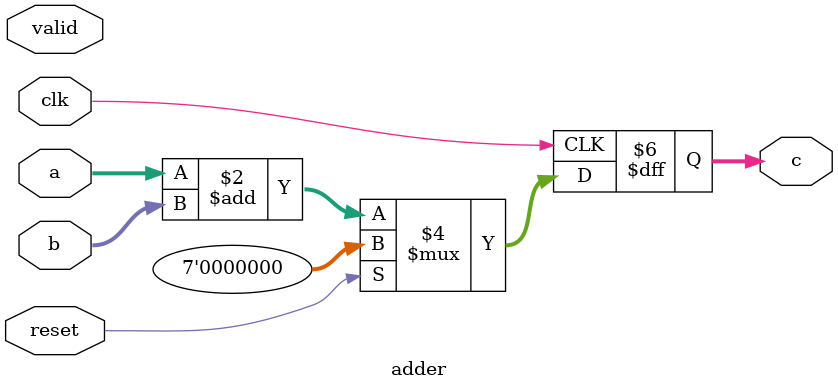
<source format=sv>
module adder(clk,reset,a,b,valid,c);
  input [3:0] a,b;
  input clk,reset;
  input valid;
  output reg [6:0] c;
 
  always @(posedge clk)
    begin
      if(reset) begin
        c = 6'b0;
      end
      else begin
        c = a + b;
      end
    end
endmodule

</source>
